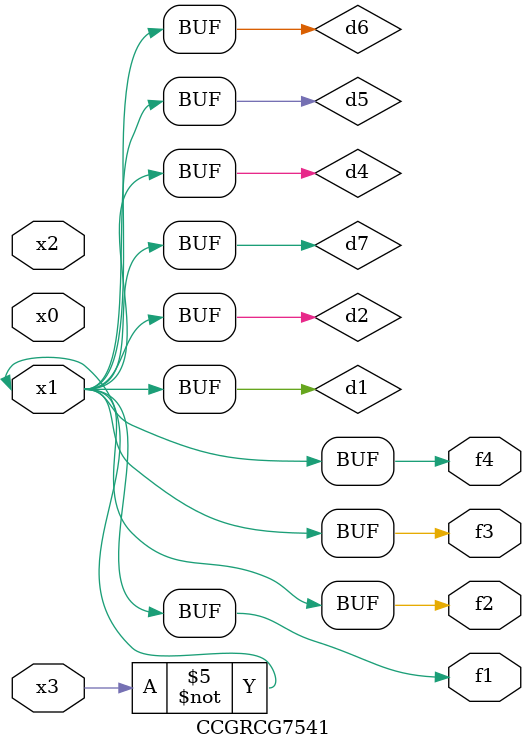
<source format=v>
module CCGRCG7541(
	input x0, x1, x2, x3,
	output f1, f2, f3, f4
);

	wire d1, d2, d3, d4, d5, d6, d7;

	not (d1, x3);
	buf (d2, x1);
	xnor (d3, d1, d2);
	nor (d4, d1);
	buf (d5, d1, d2);
	buf (d6, d4, d5);
	nand (d7, d4);
	assign f1 = d6;
	assign f2 = d7;
	assign f3 = d6;
	assign f4 = d6;
endmodule

</source>
